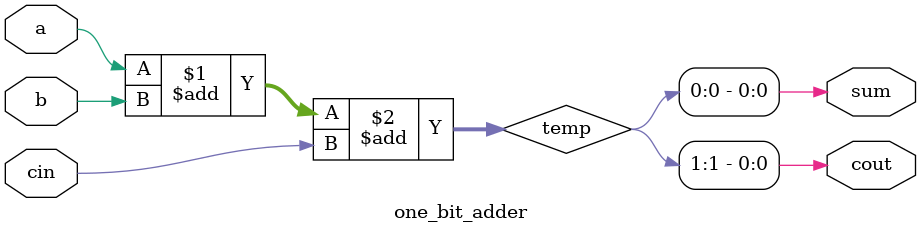
<source format=v>
module top_module( 
    input [99:0] a, b,
    input cin,
    output [99:0] cout,
    output [99:0] sum );
    
    one_bit_adder test_0 (
        .a (a[0]),
        .b (b[0]),
        .cin (cin),
        .cout (cout[0]),
        .sum (sum[0])
    );
    
    
    genvar i;
    generate
        for(i = 1; i<= 99; i++) begin : generate_adders
            one_bit_adder test_i (
                .a (a[i]),
                .b (b[i]),
                .cin (cout[i-1]),
                .cout (cout[i]),
                .sum (sum[i])
            );      
        end
    endgenerate

endmodule

module one_bit_adder(
    input a,b,
    input cin,
    output cout,
    output sum
);
    wire [1:0] temp;
    assign temp = a + b + cin;
    assign sum = temp[0];
    assign cout = temp[1];
endmodule
</source>
